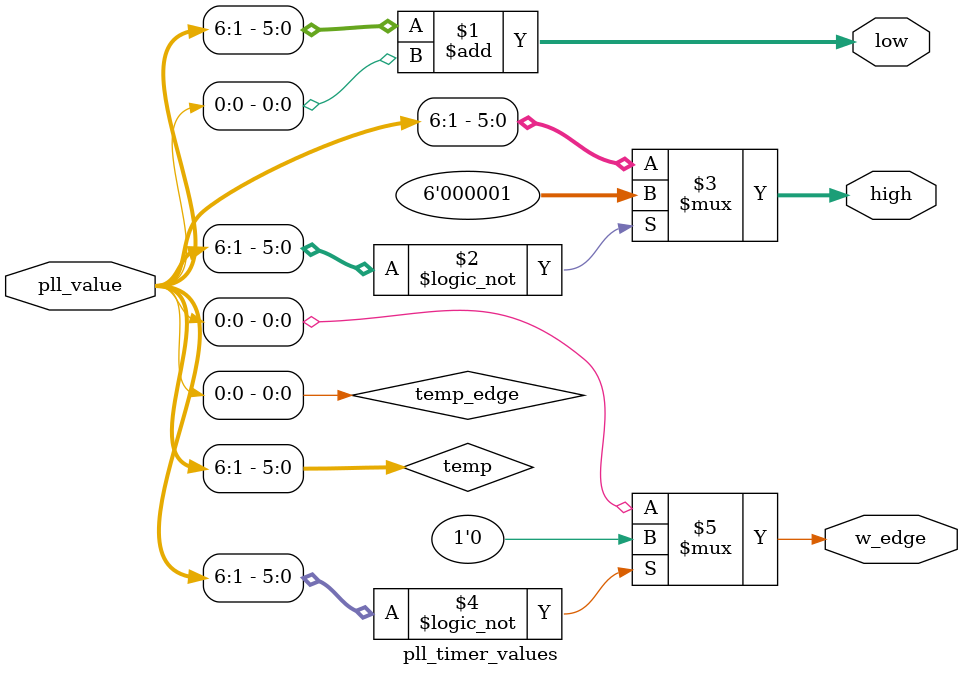
<source format=v>
`timescale 1ns / 1ps


module pll_timer_values(
       input [7:0] pll_value,
       output [5:0] high,
       output [5:0] low,
       output w_edge
    );
    
    wire [5:0]  temp;
    wire        temp_edge;
    
    assign temp_edge = pll_value[0];
    assign temp = pll_value[6:1];
    
    assign low = pll_value[6:1] + pll_value[0];
    assign high = (temp == 6'b0) ? 6'h01 : temp;
    assign w_edge = (temp == 6'b0) ? 1'b0 : temp_edge;
    
endmodule

</source>
